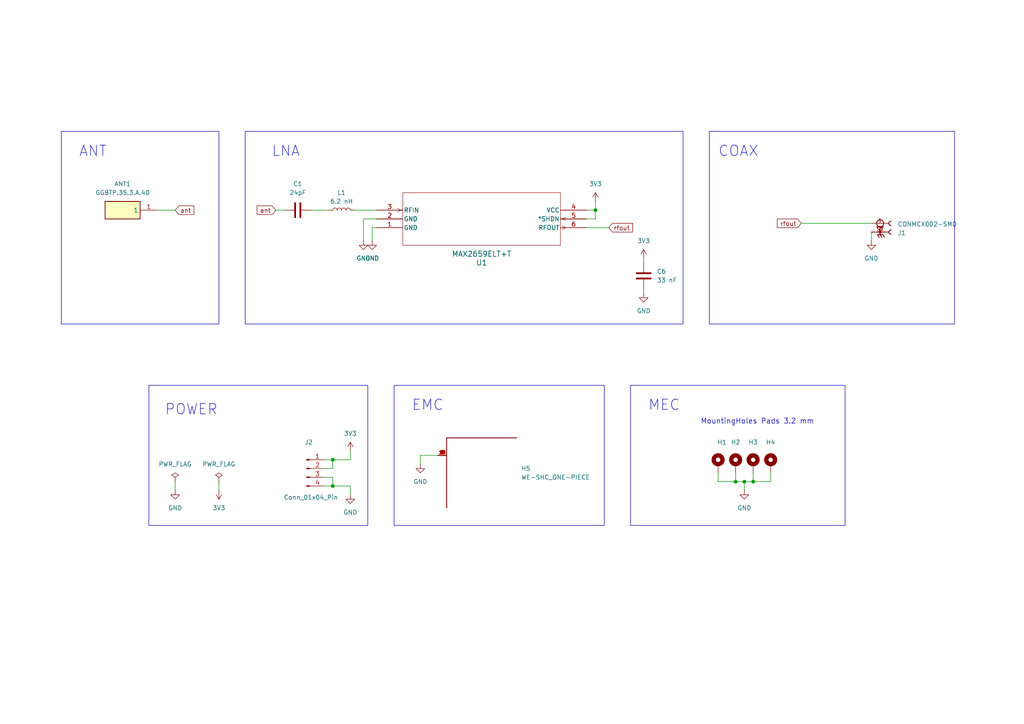
<source format=kicad_sch>
(kicad_sch (version 20250114) (generator "eeschema") (generator_version "9.0")
  (paper "A4")
  (title_block (title "Shild") (date "2025-04-20") (company "SpaceLab UFSC") (comment 1 "Eng. Yunior Alcantara Guevara"))
  (lib_symbols
    (symbol "Connector:Conn_01x04_Pin" (pin_names (offset 1.016) (hide yes))
      (property "Reference" "J" (at 0 5.08 0))
      (property "Value" "Conn_01x04_Pin" (at 0 -7.62 0))
      (symbol "Conn_01x04_Pin_1_1"
        (rectangle (start 0.8636 2.667) (end 0 2.413) (stroke (width 0.1524)) (fill (type outline)))
        (rectangle (start 0.8636 0.127) (end 0 -0.127) (stroke (width 0.1524)) (fill (type outline)))
        (rectangle (start 0.8636 -2.413) (end 0 -2.667) (stroke (width 0.1524)) (fill (type outline)))
        (rectangle (start 0.8636 -4.953) (end 0 -5.207) (stroke (width 0.1524)) (fill (type outline)))
        (polyline (pts (xy 1.27 2.54) (xy 0.8636 2.54)) (stroke (width 0.1524)))
        (polyline (pts (xy 1.27 0) (xy 0.8636 0)) (stroke (width 0.1524)))
        (polyline (pts (xy 1.27 -2.54) (xy 0.8636 -2.54)) (stroke (width 0.1524)))
        (polyline (pts (xy 1.27 -5.08) (xy 0.8636 -5.08)) (stroke (width 0.1524)))
        (pin passive line (at 5.08 2.54 180) (length 3.81) (name "Pin_1") (number "1"))
        (pin passive line (at 5.08 0 180) (length 3.81) (name "Pin_2") (number "2"))
        (pin passive line (at 5.08 -2.54 180) (length 3.81) (name "Pin_3") (number "3"))
        (pin passive line (at 5.08 -5.08 180) (length 3.81) (name "Pin_4") (number "4"))
      )
    )
    (symbol "Device:C" (pin_numbers (hide yes)) (pin_names (offset 0.254))
      (property "Reference" "C" (at 0.635 2.54 0))
      (property "Value" "C" (at 0.635 -2.54 0))
      (symbol "C_0_1"
        (polyline (pts (xy -2.032 0.762) (xy 2.032 0.762)) (stroke (width 0.508)))
        (polyline (pts (xy -2.032 -0.762) (xy 2.032 -0.762)) (stroke (width 0.508)))
      )
      (symbol "C_1_1"
        (pin passive line (at 0 3.81 270) (length 2.794) (name "~") (number "1"))
        (pin passive line (at 0 -3.81 90) (length 2.794) (name "~") (number "2"))
      )
    )
    (symbol "Device:L" (pin_numbers (hide yes)) (pin_names (offset 1.016) (hide yes))
      (property "Reference" "L" (at -1.27 0 90))
      (property "Value" "L" (at 1.905 0 90))
      (symbol "L_0_1"
        (arc (start 0 2.54) (mid 0.6323 1.905) (end 0 1.27))
        (arc (start 0 1.27) (mid 0.6323 0.635) (end 0 0))
        (arc (start 0 0) (mid 0.6323 -0.635) (end 0 -1.27))
        (arc (start 0 -1.27) (mid 0.6323 -1.905) (end 0 -2.54))
      )
      (symbol "L_1_1"
        (pin passive line (at 0 3.81 270) (length 1.27) (name "1") (number "1"))
        (pin passive line (at 0 -3.81 90) (length 1.27) (name "2") (number "2"))
      )
    )
    (symbol "GND_1" (power) (pin_numbers (hide yes)) (pin_names (offset 0) (hide yes))
      (property "Value" "GND" (at 0 -3.81 0))
      (symbol "GND_1_0_1"
        (polyline (pts (xy 0 0) (xy 0 -1.27) (xy 1.27 -1.27) (xy 0 -2.54) (xy -1.27 -1.27) (xy 0 -1.27)))
      )
      (symbol "GND_1_1_1"
        (pin power_in line (at 0 0 270) (length 0) (name "~") (number "1"))
      )
    )
    (symbol "Mechanical:MountingHole_Pad" (pin_numbers (hide yes)) (pin_names (offset 1.016) (hide yes)) (exclude_from_sim yes) (in_bom no)
      (property "Reference" "H" (at 0 6.35 0))
      (property "Value" "MountingHole_Pad" (at 0 4.445 0))
      (symbol "MountingHole_Pad_0_1"
        (circle (center 0 1.27) (radius 1.27) (stroke (width 1.27)))
      )
      (symbol "MountingHole_Pad_1_1"
        (pin input line (at 0 -2.54 90) (length 2.54) (name "1") (number "1"))
      )
    )
    (symbol "power:PWR_FLAG" (power) (pin_numbers (hide yes)) (pin_names (offset 0) (hide yes))
      (property "Value" "PWR_FLAG" (at 0 3.81 0))
      (symbol "PWR_FLAG_0_0"
        (pin power_out line (at 0 0 90) (length 0) (name "~") (number "1"))
      )
      (symbol "PWR_FLAG_0_1"
        (polyline (pts (xy 0 0) (xy 0 1.27) (xy -1.016 1.905) (xy 0 2.54) (xy 1.016 1.905) (xy 0 1.27)))
      )
    )
    (symbol "power:VCC" (power) (pin_numbers (hide yes)) (pin_names (offset 0) (hide yes))
      (property "Value" "VCC" (at 0 3.556 0))
      (symbol "VCC_0_1"
        (polyline (pts (xy -0.762 1.27) (xy 0 2.54)))
        (polyline (pts (xy 0 2.54) (xy 0.762 1.27)))
        (polyline (pts (xy 0 0) (xy 0 2.54)))
      )
      (symbol "VCC_1_1"
        (pin power_in line (at 0 0 90) (length 0) (name "~") (number "1"))
      )
    )
    (symbol "spacelab_lib:CONMCX002-SMD" (pin_names (offset 1.016))
      (property "Reference" "J" (at -3.81 4.064 0))
      (property "Value" "CONMCX002-SMD" (at -4.064 -4.318 0))
      (symbol "CONMCX002-SMD_0_0"
        (arc (start -3.175 3.175) (mid -2.5427 2.54) (end -3.175 1.905) (stroke (width 0.254)))
        (arc (start -3.175 0.635) (mid -2.5427 0) (end -3.175 -0.635) (stroke (width 0.254)))
        (polyline (pts (xy -1.016 1.524) (xy 0 1.524)) (stroke (width 0.254)))
        (polyline (pts (xy -0.762 -0.762) (xy -1.27 -1.524)) (stroke (width 0.254)))
        (circle (center 0 2.54) (radius 1.016) (stroke (width 0.254)))
        (polyline (pts (xy 0 1.524) (xy 0 -0.762)) (stroke (width 0.254)))
        (polyline (pts (xy 0 1.524) (xy 1.016 1.524)) (stroke (width 0.254)))
        (circle (center 0 0) (radius 0.254) (stroke (width 0.254)))
        (polyline (pts (xy 0 -0.762) (xy -0.762 -0.762)) (stroke (width 0.254)))
        (polyline (pts (xy 0 -0.762) (xy -0.508 -1.524)) (stroke (width 0.254)))
        (polyline (pts (xy 0 -0.762) (xy 0.762 -0.762)) (stroke (width 0.254)))
        (polyline (pts (xy 0.762 -0.762) (xy 0.254 -1.524)) (stroke (width 0.254)))
        (pin passive line (at 2.54 2.54 180) (length 5.08) (name "~") (number "1"))
        (pin passive line (at 2.54 0 180) (length 5.08) (name "~") (number "S1"))
        (pin passive line (at 2.54 0 180) (length 5.08) (name "~") (number "S2"))
      )
    )
    (symbol "spacelab_lib:GGBTP.35.3.A.40"
      (property "Reference" "ANT" (at 16.51 7.62 0))
      (property "Value" "GGBTP.35.3.A.40" (at 16.51 5.08 0))
      (symbol "GGBTP.35.3.A.40_1_1"
        (rectangle (start 5.08 2.54) (end 15.24 -2.54) (stroke (width 0.254)) (fill (type background)))
        (pin passive line (at 0 0 0) (length 5.08) (name "1") (number "1"))
      )
    )
    (symbol "spacelab_lib:MAX2659ELT+T" (pin_names (offset 0.254))
      (property "Reference" "U" (at 30.48 10.16 0))
      (property "Value" "MAX2659ELT+T" (at 30.48 7.62 0))
      (symbol "MAX2659ELT+T_0_1"
        (polyline (pts (xy 7.0993 -5.08) (xy 6.0579 -4.5593)) (stroke (width 0.127)))
        (polyline (pts (xy 7.0993 -5.08) (xy 6.0579 -5.6007)) (stroke (width 0.127)))
        (polyline (pts (xy 7.62 5.08) (xy 7.62 -10.16)) (stroke (width 0.127)))
        (polyline (pts (xy 7.62 -10.16) (xy 53.34 -10.16)) (stroke (width 0.127)))
        (polyline (pts (xy 53.34 5.08) (xy 7.62 5.08)) (stroke (width 0.127)))
        (polyline (pts (xy 53.34 -10.16) (xy 53.34 5.08)) (stroke (width 0.127)))
        (polyline (pts (xy 53.8607 0.5207) (xy 54.9021 0)) (stroke (width 0.127)))
        (polyline (pts (xy 53.8607 -0.5207) (xy 54.9021 0)) (stroke (width 0.127)))
        (polyline (pts (xy 53.8607 -2.54) (xy 54.9021 -2.0193)) (stroke (width 0.127)))
        (polyline (pts (xy 53.8607 -2.54) (xy 54.9021 -3.0607)) (stroke (width 0.127)))
        (pin power_in line (at 0 0 0) (length 7.62) (name "GND") (number "1"))
        (pin power_in line (at 0 -2.54 0) (length 7.62) (name "GND") (number "2"))
        (pin input line (at 0 -5.08 0) (length 7.62) (name "RFIN") (number "3"))
        (pin output line (at 60.96 0 180) (length 7.62) (name "RFOUT") (number "6"))
        (pin input line (at 60.96 -2.54 180) (length 7.62) (name "*SHDN") (number "5"))
        (pin power_in line (at 60.96 -5.08 180) (length 7.62) (name "VCC") (number "4"))
      )
    )
    (symbol "spacelab_lib:WE-SHC_ONE-PIECE" (pin_names (offset 1.016))
      (property "Reference" "H" (at 5.08 13.97 0))
      (property "Value" "WE-SHC_ONE-PIECE" (at 0 10.16 0))
      (symbol "WE-SHC_ONE-PIECE_0_0"
        (polyline (pts (xy -7.62 7.62) (xy -7.62 -12.7)) (stroke (width 0.254)))
        (polyline (pts (xy 12.7 7.62) (xy -7.62 7.62)) (stroke (width 0.254)))
        (pin power_in line (at -10.16 2.54 0) (length 2.54) (name "~") (number "1"))
        (pin power_in line (at -10.16 2.54 0) (length 2.54) (name "~") (number "10"))
        (pin power_in line (at -10.16 2.54 0) (length 2.54) (name "~") (number "11"))
        (pin power_in line (at -10.16 2.54 0) (length 2.54) (name "~") (number "12"))
        (pin power_in line (at -10.16 2.54 0) (length 2.54) (name "~") (number "13"))
        (pin power_in line (at -10.16 2.54 0) (length 2.54) (name "~") (number "14"))
        (pin power_in line (at -10.16 2.54 0) (length 2.54) (name "~") (number "15"))
        (pin power_in line (at -10.16 2.54 0) (length 2.54) (name "~") (number "16"))
        (pin power_in line (at -10.16 2.54 0) (length 2.54) (name "~") (number "2"))
        (pin power_in line (at -10.16 2.54 0) (length 2.54) (name "~") (number "3"))
        (pin power_in line (at -10.16 2.54 0) (length 2.54) (name "~") (number "4"))
        (pin power_in line (at -10.16 2.54 0) (length 2.54) (name "~") (number "5"))
        (pin power_in line (at -10.16 2.54 0) (length 2.54) (name "~") (number "6"))
        (pin power_in line (at -10.16 2.54 0) (length 2.54) (name "~") (number "7"))
        (pin power_in line (at -10.16 2.54 0) (length 2.54) (name "~") (number "8"))
        (pin power_in line (at -10.16 2.54 0) (length 2.54) (name "~") (number "9"))
      )
    )
  )
  (rectangle (start 114.3 111.76) (end 175.26 152.4))
  (rectangle (start 43.18 111.76) (end 106.68 152.4))
  (rectangle (start 182.88 111.76) (end 245.11 152.4))
  (rectangle (start 17.78 38.1) (end 63.5 93.98))
  (rectangle (start 205.74 38.1) (end 276.86 93.98))
  (rectangle (start 71.12 38.1) (end 198.12 93.98))
  (text "MountingHoles Pads 3.2 mm" (at 203.2 123.19 0) (effects (font (size 1.5 1.5)) (justify left bottom)))
  (text "EMC" (at 119.38 119.38 0) (effects (font (size 3 3)) (justify left bottom)))
  (text "ANT" (at 22.86 45.72 0) (effects (font (size 3 3)) (justify left bottom)))
  (text "LNA" (at 78.74 45.72 0) (effects (font (size 3 3)) (justify left bottom)))
  (text "POWER" (at 47.752 120.65 0) (effects (font (size 3 3)) (justify left bottom)))
  (text "MEC" (at 187.96 119.38 0) (effects (font (size 3 3)) (justify left bottom)))
  (text "COAX" (at 208.28 45.72 0) (effects (font (size 3 3)) (justify left bottom)))
  (junction (at 96.52 140.97))
  (junction (at 213.36 139.7))
  (junction (at 218.44 139.7))
  (junction (at 96.52 133.35))
  (junction (at 172.72 60.96))
  (junction (at 215.9 139.7))
  (wire (pts (xy 63.5 142.24) (xy 63.5 139.7)))
  (wire (pts (xy 232.41 64.77) (xy 252.73 64.77)))
  (wire (pts (xy 96.52 133.35) (xy 101.6 133.35)))
  (wire (pts (xy 172.72 60.96) (xy 170.18 60.96)))
  (wire (pts (xy 90.17 60.96) (xy 95.25 60.96)))
  (wire (pts (xy 252.73 67.31) (xy 252.73 69.85)))
  (wire (pts (xy 96.52 140.97) (xy 101.6 140.97)))
  (wire (pts (xy 208.28 139.7) (xy 208.28 137.16)))
  (wire (pts (xy 186.69 83.82) (xy 186.69 85.09)))
  (wire (pts (xy 101.6 140.97) (xy 101.6 143.51)))
  (wire (pts (xy 172.72 63.5) (xy 172.72 60.96)))
  (wire (pts (xy 50.8 60.96) (xy 45.72 60.96)))
  (wire (pts (xy 93.98 133.35) (xy 96.52 133.35)))
  (wire (pts (xy 121.92 132.08) (xy 121.92 134.62)))
  (wire (pts (xy 93.98 138.43) (xy 96.52 138.43)))
  (wire (pts (xy 102.87 60.96) (xy 109.22 60.96)))
  (wire (pts (xy 96.52 138.43) (xy 96.52 140.97)))
  (wire (pts (xy 80.01 60.96) (xy 82.55 60.96)))
  (wire (pts (xy 93.98 140.97) (xy 96.52 140.97)))
  (wire (pts (xy 213.36 139.7) (xy 215.9 139.7)))
  (wire (pts (xy 215.9 139.7) (xy 218.44 139.7)))
  (wire (pts (xy 218.44 139.7) (xy 223.52 139.7)))
  (wire (pts (xy 109.22 63.5) (xy 105.41 63.5)))
  (wire (pts (xy 121.92 132.08) (xy 127 132.08)))
  (wire (pts (xy 208.28 139.7) (xy 213.36 139.7)))
  (wire (pts (xy 186.69 74.93) (xy 186.69 76.2)))
  (wire (pts (xy 93.98 135.89) (xy 96.52 135.89)))
  (wire (pts (xy 218.44 137.16) (xy 218.44 139.7)))
  (wire (pts (xy 105.41 63.5) (xy 105.41 69.85)))
  (wire (pts (xy 96.52 133.35) (xy 96.52 135.89)))
  (wire (pts (xy 101.6 130.81) (xy 101.6 133.35)))
  (wire (pts (xy 176.53 66.04) (xy 170.18 66.04)))
  (wire (pts (xy 223.52 139.7) (xy 223.52 137.16)))
  (wire (pts (xy 213.36 139.7) (xy 213.36 137.16)))
  (wire (pts (xy 107.95 66.04) (xy 107.95 69.85)))
  (wire (pts (xy 107.95 66.04) (xy 109.22 66.04)))
  (wire (pts (xy 50.8 142.24) (xy 50.8 139.7)))
  (wire (pts (xy 215.9 142.24) (xy 215.9 139.7)))
  (wire (pts (xy 172.72 58.42) (xy 172.72 60.96)))
  (wire (pts (xy 170.18 63.5) (xy 172.72 63.5)))
  (global_label "rfout" (shape input) (at 176.53 66.04 0) (property "Intersheetrefs" "${INTERSHEET_REFS}" (effects (hide yes))))
  (global_label "ant" (shape input) (at 50.8 60.96 0) (property "Intersheetrefs" "${INTERSHEET_REFS}" (effects (hide yes))))
  (global_label "rfout" (shape input) (at 232.41 64.77 180) (property "Intersheetrefs" "${INTERSHEET_REFS}" (effects (hide yes))))
  (global_label "ant" (shape input) (at 80.01 60.96 180) (property "Intersheetrefs" "${INTERSHEET_REFS}" (effects (hide yes))))
  (symbol (lib_id "spacelab_lib:WE-SHC_ONE-PIECE") (at 137.16 134.62 0) (unit 1)
    (property "Reference" "H5" (at 151.13 135.8899 0) (effects (justify left)))
    (property "Value" "WE-SHC_ONE-PIECE" (at 151.13 138.4299 0) (effects (justify left)))
    (property "Footprint" "spacelab_lib:Wuerth_36103205_20x20mm" (effects (hide yes)))
    (property "MF" "Würth Elektronik" (effects (hide yes)))
    (property "Description_1" "RF Shield Cover 0.787 (20.00mm) X 0.787 (20.00mm) Non-Vented Snap Fit" (effects (hide yes)))
    (property "Package" "None" (effects (hide yes)))
    (property "Price" "None" (effects (hide yes)))
    (property "SnapEDA_Link" "https://www.snapeda.com/parts/36903205S/W%25C3%25BCrth+Elektronik+Midcom/view-part/?ref=snap" (effects (hide yes)))
    (property "MP" "36903205S" (effects (hide yes)))
    (property "Availability" "In Stock" (effects (hide yes)))
    (property "Check_prices" "https://www.snapeda.com/parts/36903205S/W%25C3%25BCrth+Elektronik+Midcom/view-part/?ref=eda" (effects (hide yes)))
  )
  (symbol (lib_id "Device:L") (at 99.06 60.96 90) (unit 1)
    (property "Reference" "L1" (at 99.06 55.88 90))
    (property "Value" "6.2 nH" (at 99.06 58.42 90))
    (property "Footprint" "Capacitor_SMD:C_0402_1005Metric_Pad0.74x0.62mm_HandSolder" (effects (hide yes)))
    (property "Description" "Inductor" (effects (hide yes)))
  )
  (symbol (lib_id "Connector:Conn_01x04_Pin") (at 88.9 135.89 0) (unit 1)
    (property "Reference" "J2" (at 89.535 128.27 0))
    (property "Value" "Conn_01x04_Pin" (at 90.17 144.272 0))
    (property "Footprint" "Connector_Molex:Molex_PicoBlade_53261-0471_1x04-1MP_P1.25mm_Horizontal" (effects (hide yes)))
    (property "Description" "Generic connector, single row, 01x04, script generated" (effects (hide yes)))
  )
  (symbol (lib_id "Device:C") (at 186.69 80.01 0) (unit 1)
    (property "Reference" "C6" (at 190.5 78.7399 0) (effects (justify left)))
    (property "Value" "33 nF" (at 190.5 81.2799 0) (effects (justify left)))
    (property "Footprint" "Capacitor_SMD:C_0402_1005Metric_Pad0.74x0.62mm_HandSolder" (effects (hide yes)))
    (property "Description" "Unpolarized capacitor" (effects (hide yes)))
  )
  (symbol (lib_name "GND_1") (lib_id "power:GND") (at 252.73 69.85 0) (unit 1)
    (property "Reference" "#PWR018" (effects (hide yes)))
    (property "Value" "GND" (at 252.73 74.93 0))
    (property "Description" "Power symbol creates a global label with name \"GND\" , ground" (effects (hide yes)))
  )
  (symbol (lib_id "Mechanical:MountingHole_Pad") (at 218.44 134.62 0) (unit 1)
    (property "Reference" "H3" (at 218.44 128.27 0))
    (property "Value" "MountingHole_Pad" (effects (hide yes)))
    (property "Footprint" "MountingHole:MountingHole_3.2mm_M3_DIN965_Pad" (effects (hide yes)))
    (property "Description" "Mounting Hole with connection" (effects (hide yes)))
  )
  (symbol (lib_id "spacelab_lib:CONMCX002-SMD") (at 255.27 67.31 0) (mirror y) (unit 1)
    (property "Reference" "J1" (at 260.35 67.5641 0) (effects (justify right)))
    (property "Value" "CONMCX002-SMD" (at 260.35 65.0241 0) (effects (justify right)))
    (property "Footprint" "spacelab_lib:LINX_CONMCX002-SMD" (effects (hide yes)))
    (property "SnapEDA_Link" "https://www.snapeda.com/parts/CONMCX002-SMD/TE+Connectivity/view-part/?ref=snap" (effects (hide yes)))
    (property "Check_prices" "https://www.snapeda.com/parts/CONMCX002-SMD/TE+Connectivity/view-part/?ref=eda" (effects (hide yes)))
    (property "Package" "None" (effects (hide yes)))
    (property "Price" "None" (effects (hide yes)))
    (property "MF" "TE Connectivity" (effects (hide yes)))
    (property "MP" "CONMCX002-SMD" (effects (hide yes)))
    (property "Purchase-URL" "https://www.snapeda.com/api/url_track_click_mouser/?unipart_id=1707542&manufacturer=Linx Technologies&part_name=CONMCX002-SMD&search_term=None" (effects (hide yes)))
    (property "Availability" "In Stock" (effects (hide yes)))
    (property "Description_1" "MCX Jack 50 Ohm PCB Surface Mount" (effects (hide yes)))
  )
  (symbol (lib_name "GND_1") (lib_id "power:GND") (at 186.69 85.09 0) (unit 1)
    (property "Reference" "#PWR017" (effects (hide yes)))
    (property "Value" "GND" (at 186.69 90.17 0))
    (property "Description" "Power symbol creates a global label with name \"GND\" , ground" (effects (hide yes)))
  )
  (symbol (lib_id "power:PWR_FLAG") (at 63.5 139.7 0) (unit 1)
    (property "Reference" "#FLG02" (effects (hide yes)))
    (property "Value" "PWR_FLAG" (at 63.5 134.62 0))
    (property "Description" "Special symbol for telling ERC where power comes from" (effects (hide yes)))
  )
  (symbol (lib_id "power:VCC") (at 101.6 130.81 0) (unit 1)
    (property "Reference" "#PWR02" (effects (hide yes)))
    (property "Value" "3V3" (at 101.6 125.73 0))
    (property "Description" "Power symbol creates a global label with name \"VCC\"" (effects (hide yes)))
  )
  (symbol (lib_name "GND_1") (lib_id "power:GND") (at 121.92 134.62 0) (unit 1)
    (property "Reference" "#PWR014" (effects (hide yes)))
    (property "Value" "GND" (at 121.92 139.7 0))
    (property "Description" "Power symbol creates a global label with name \"GND\" , ground" (effects (hide yes)))
  )
  (symbol (lib_name "GND_1") (lib_id "power:GND") (at 107.95 69.85 0) (unit 1)
    (property "Reference" "#PWR021" (effects (hide yes)))
    (property "Value" "GND" (at 107.95 74.93 0))
    (property "Description" "Power symbol creates a global label with name \"GND\" , ground" (effects (hide yes)))
  )
  (symbol (lib_name "GND_1") (lib_id "power:GND") (at 101.6 143.51 0) (mirror y) (unit 1)
    (property "Reference" "#PWR01" (effects (hide yes)))
    (property "Value" "GND" (at 101.6 148.59 0))
    (property "Description" "Power symbol creates a global label with name \"GND\" , ground" (effects (hide yes)))
  )
  (symbol (lib_id "Mechanical:MountingHole_Pad") (at 208.28 134.62 0) (unit 1)
    (property "Reference" "H1" (at 208.026 128.27 0) (effects (justify left)))
    (property "Value" "MountingHole_Pad" (effects (hide yes)))
    (property "Footprint" "MountingHole:MountingHole_3.2mm_M3_DIN965_Pad" (effects (hide yes)))
    (property "Description" "Mounting Hole with connection" (effects (hide yes)))
  )
  (symbol (lib_id "spacelab_lib:GGBTP.35.3.A.40") (at 45.72 60.96 180) (unit 1)
    (property "Reference" "ANT1" (at 35.56 53.34 0))
    (property "Value" "GGBTP.35.3.A.40" (at 35.56 55.88 0))
    (property "Footprint" "spacelab_lib:GGBTP353A40" (effects (hide yes)))
    (property "Datasheet" "https://www.taoglas.com/datasheets/GGBTP.35.3.A.40.pdf" (effects (hide yes)))
    (property "Description" "Antennas Terrablast GGBTP.35.3.A.40 GPS L1 35*35*3.72mm Patch Antenna" (effects (hide yes)))
    (property "Height" "4.4" (effects (hide yes)))
    (property "Mouser Part Number" "960-GGBTP.35.3.A.40" (effects (hide yes)))
    (property "Mouser Price/Stock" "https://www.mouser.co.uk/ProductDetail/Taoglas/GGBTP.35.3.A.40?qs=MLItCLRbWswEpX7QWSIGAQ%3D%3D" (effects (hide yes)))
    (property "Manufacturer_Name" "Taoglas" (effects (hide yes)))
    (property "Manufacturer_Part_Number" "GGBTP.35.3.A.40" (effects (hide yes)))
  )
  (symbol (lib_id "power:PWR_FLAG") (at 50.8 139.7 0) (unit 1)
    (property "Reference" "#FLG01" (effects (hide yes)))
    (property "Value" "PWR_FLAG" (at 50.8 134.62 0))
    (property "Description" "Special symbol for telling ERC where power comes from" (effects (hide yes)))
  )
  (symbol (lib_id "Mechanical:MountingHole_Pad") (at 213.36 134.62 0) (unit 1)
    (property "Reference" "H2" (at 213.36 128.27 0))
    (property "Value" "MountingHole_Pad" (effects (hide yes)))
    (property "Footprint" "MountingHole:MountingHole_3.2mm_M3_DIN965_Pad" (effects (hide yes)))
    (property "Description" "Mounting Hole with connection" (effects (hide yes)))
  )
  (symbol (lib_name "GND_1") (lib_id "power:GND") (at 50.8 142.24 0) (unit 1)
    (property "Reference" "#PWR016" (effects (hide yes)))
    (property "Value" "GND" (at 50.8 147.32 0))
    (property "Description" "Power symbol creates a global label with name \"GND\" , ground" (effects (hide yes)))
  )
  (symbol (lib_id "spacelab_lib:MAX2659ELT+T") (at 109.22 66.04 0) (mirror x) (unit 1)
    (property "Reference" "U1" (at 139.7 76.2 0) (effects (font (size 1.524 1.524))))
    (property "Value" "MAX2659ELT+T" (at 139.7 73.66 0) (effects (font (size 1.524 1.524))))
    (property "Footprint" "spacelab_lib:21-0147-L611" (effects (hide yes)))
    (property "Datasheet" "MAX2659ELT+T" (effects (hide yes)))
  )
  (symbol (lib_name "GND_1") (lib_id "power:GND") (at 105.41 69.85 0) (unit 1)
    (property "Reference" "#PWR022" (effects (hide yes)))
    (property "Value" "GND" (at 105.41 74.93 0))
    (property "Description" "Power symbol creates a global label with name \"GND\" , ground" (effects (hide yes)))
  )
  (symbol (lib_id "power:VCC") (at 172.72 58.42 0) (unit 1)
    (property "Reference" "#PWR06" (effects (hide yes)))
    (property "Value" "3V3" (at 172.72 53.34 0))
    (property "Description" "Power symbol creates a global label with name \"VCC\"" (effects (hide yes)))
  )
  (symbol (lib_id "power:VCC") (at 186.69 74.93 0) (unit 1)
    (property "Reference" "#PWR09" (effects (hide yes)))
    (property "Value" "3V3" (at 186.69 69.85 0))
    (property "Description" "Power symbol creates a global label with name \"VCC\"" (effects (hide yes)))
  )
  (symbol (lib_id "Mechanical:MountingHole_Pad") (at 223.52 134.62 0) (unit 1)
    (property "Reference" "H4" (at 223.52 128.27 0))
    (property "Value" "MountingHole_Pad" (effects (hide yes)))
    (property "Footprint" "MountingHole:MountingHole_3.2mm_M3_DIN965_Pad" (effects (hide yes)))
    (property "Description" "Mounting Hole with connection" (effects (hide yes)))
  )
  (symbol (lib_id "Device:C") (at 86.36 60.96 90) (unit 1)
    (property "Reference" "C1" (at 86.36 53.34 90))
    (property "Value" "24pF" (at 86.36 55.88 90))
    (property "Footprint" "Capacitor_SMD:C_0402_1005Metric_Pad0.74x0.62mm_HandSolder" (effects (hide yes)))
    (property "Description" "Unpolarized capacitor" (effects (hide yes)))
  )
  (symbol (lib_name "GND_1") (lib_id "power:GND") (at 215.9 142.24 0) (unit 1)
    (property "Reference" "#PWR020" (effects (hide yes)))
    (property "Value" "GND" (at 215.9 147.32 0))
    (property "Description" "Power symbol creates a global label with name \"GND\" , ground" (effects (hide yes)))
  )
  (symbol (lib_id "power:VCC") (at 63.5 142.24 180) (unit 1)
    (property "Reference" "#PWR012" (effects (hide yes)))
    (property "Value" "3V3" (at 63.5 147.32 0))
    (property "Description" "Power symbol creates a global label with name \"VCC\"" (effects (hide yes)))
  )
)
</source>
